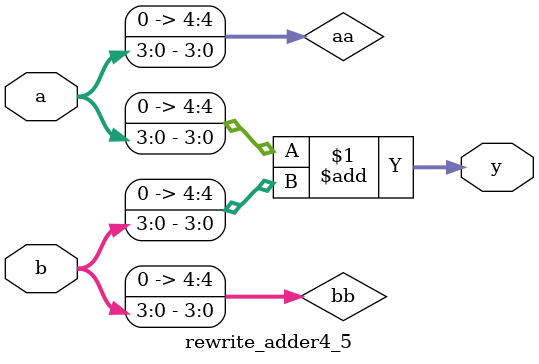
<source format=sv>
module rewrite_adder4_5(input logic [3:0] a,b, output logic [4:0] y);
  logic [4:0] aa, bb;
  assign aa = {1'b0,a};
  assign bb = {1'b0,b};
  assign y = aa + bb;
endmodule

</source>
